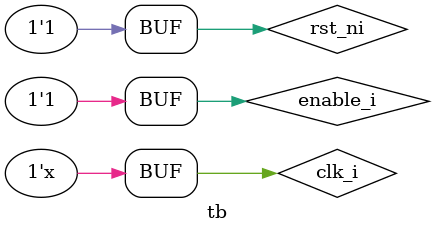
<source format=v>
`timescale 1ns/1ps
module tb;

	reg clk_i,enable_i,rst_ni ;
	wire sig_1hz_no;
	defparam uut.DivRatio=5;
	//wstawienie modułu
	
	divider uut (clk_i,enable_i, rst_ni, sig_1hz_no); 
	//clk_i, enable_i, rst_ni, sig_1hz_no
	
	//generacja sygnałów
		initial
			begin
			clk_i=0;
			enable_i=0;
			rst_ni=0;
			#10
			rst_ni=1;
			#100
			enable_i=1;
			end

//generacja zegara
	always
	#10 clk_i =!clk_i;
endmodule 

</source>
